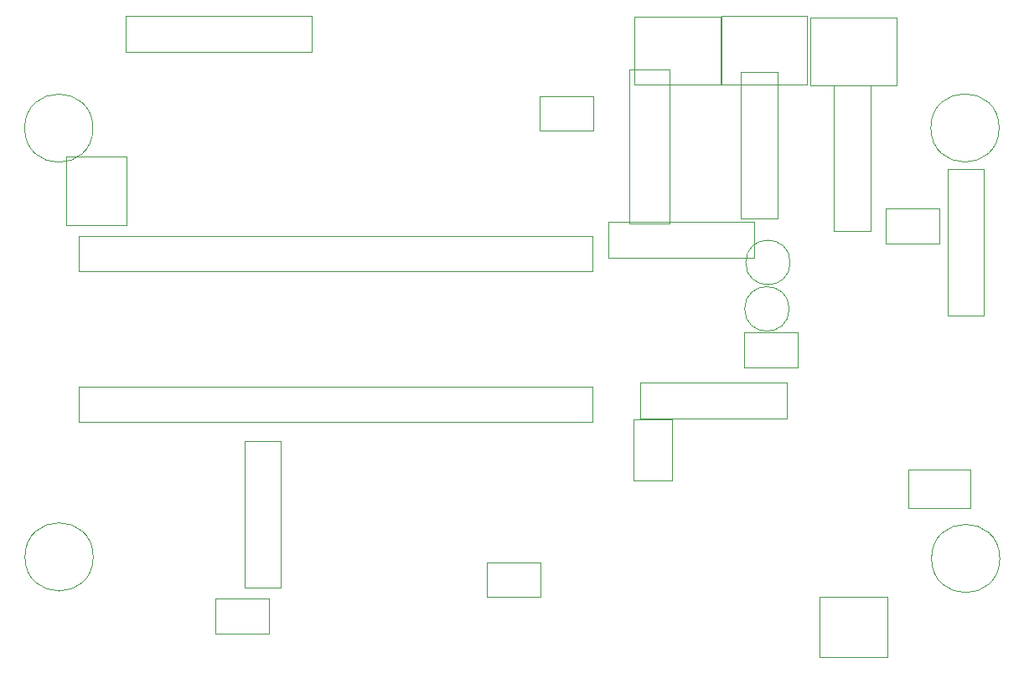
<source format=gbr>
G04 #@! TF.GenerationSoftware,KiCad,Pcbnew,(5.0.2)-1*
G04 #@! TF.CreationDate,2019-08-17T15:57:10+01:00*
G04 #@! TF.ProjectId,SoliCamb Rev 4 PCB,536f6c69-4361-46d6-9220-526576203420,rev?*
G04 #@! TF.SameCoordinates,Original*
G04 #@! TF.FileFunction,Other,User*
%FSLAX46Y46*%
G04 Gerber Fmt 4.6, Leading zero omitted, Abs format (unit mm)*
G04 Created by KiCad (PCBNEW (5.0.2)-1) date 8/17/2019 3:57:10 PM*
%MOMM*%
%LPD*%
G01*
G04 APERTURE LIST*
%ADD10C,0.050000*%
G04 APERTURE END LIST*
D10*
G04 #@! TO.C,F4*
X156820000Y-118850000D02*
X156820000Y-122750000D01*
X156820000Y-122750000D02*
X150580000Y-122750000D01*
X150580000Y-122750000D02*
X150580000Y-118850000D01*
X150580000Y-118850000D02*
X156820000Y-118850000D01*
G04 #@! TO.C,F5*
X126710000Y-113735000D02*
X126710000Y-119975000D01*
X122810000Y-113735000D02*
X126710000Y-113735000D01*
X122810000Y-119975000D02*
X122810000Y-113735000D01*
X126710000Y-119975000D02*
X122810000Y-119975000D01*
G04 #@! TO.C,Q1*
X108000000Y-128250000D02*
X113400000Y-128250000D01*
X113400000Y-128250000D02*
X113400000Y-131750000D01*
X113400000Y-131750000D02*
X108000000Y-131750000D01*
X108000000Y-131750000D02*
X108000000Y-128250000D01*
G04 #@! TO.C,Q2*
X80588000Y-131920000D02*
X85988000Y-131920000D01*
X85988000Y-131920000D02*
X85988000Y-135420000D01*
X85988000Y-135420000D02*
X80588000Y-135420000D01*
X80588000Y-135420000D02*
X80588000Y-131920000D01*
G04 #@! TO.C,Q3*
X148300000Y-95950000D02*
X148300000Y-92450000D01*
X153700000Y-95950000D02*
X148300000Y-95950000D01*
X153700000Y-92450000D02*
X153700000Y-95950000D01*
X148300000Y-92450000D02*
X153700000Y-92450000D01*
G04 #@! TO.C,J1*
X141595000Y-131680000D02*
X141595000Y-137780000D01*
X141595000Y-137780000D02*
X148495000Y-137780000D01*
X148495000Y-137780000D02*
X148495000Y-131680000D01*
X148495000Y-131680000D02*
X141595000Y-131680000D01*
G04 #@! TO.C,J2*
X65530000Y-87228000D02*
X65530000Y-94128000D01*
X71630000Y-87228000D02*
X65530000Y-87228000D01*
X71630000Y-94128000D02*
X71630000Y-87228000D01*
X65530000Y-94128000D02*
X71630000Y-94128000D01*
G04 #@! TO.C,Q4*
X118754000Y-81054000D02*
X118754000Y-84554000D01*
X113354000Y-81054000D02*
X118754000Y-81054000D01*
X113354000Y-84554000D02*
X113354000Y-81054000D01*
X118754000Y-84554000D02*
X113354000Y-84554000D01*
G04 #@! TO.C,Q5*
X134035555Y-104992969D02*
X139435555Y-104992969D01*
X139435555Y-104992969D02*
X139435555Y-108492969D01*
X139435555Y-108492969D02*
X134035555Y-108492969D01*
X134035555Y-108492969D02*
X134035555Y-104992969D01*
G04 #@! TO.C,U7*
X90319000Y-73003000D02*
X71469000Y-73003000D01*
X71469000Y-73003000D02*
X71469000Y-76603000D01*
X71469000Y-76603000D02*
X90319000Y-76603000D01*
X90319000Y-76603000D02*
X90319000Y-73003000D01*
G04 #@! TO.C,J9*
X149384000Y-73131000D02*
X140684000Y-73131000D01*
X140684000Y-73131000D02*
X140684000Y-80031000D01*
X140684000Y-80031000D02*
X149384000Y-80031000D01*
X149384000Y-80031000D02*
X149384000Y-73131000D01*
G04 #@! TO.C,J10*
X140367000Y-79904000D02*
X140367000Y-73004000D01*
X131667000Y-79904000D02*
X140367000Y-79904000D01*
X131667000Y-73004000D02*
X131667000Y-79904000D01*
X140367000Y-73004000D02*
X131667000Y-73004000D01*
G04 #@! TO.C,J11*
X131604000Y-73008000D02*
X122904000Y-73008000D01*
X122904000Y-73008000D02*
X122904000Y-79908000D01*
X122904000Y-79908000D02*
X131604000Y-79908000D01*
X131604000Y-79908000D02*
X131604000Y-73008000D01*
G04 #@! TO.C,U6*
X66780000Y-98828000D02*
X118630000Y-98828000D01*
X118630000Y-98828000D02*
X118630000Y-95228000D01*
X66780000Y-95228000D02*
X66780000Y-98828000D01*
X118630000Y-95228000D02*
X66780000Y-95228000D01*
X66780000Y-114068000D02*
X118630000Y-114068000D01*
X118630000Y-114068000D02*
X118630000Y-110468000D01*
X66780000Y-110468000D02*
X66780000Y-114068000D01*
X118630000Y-110468000D02*
X66780000Y-110468000D01*
G04 #@! TO.C,C1*
X138650000Y-97900000D02*
G75*
G03X138650000Y-97900000I-2250000J0D01*
G01*
G04 #@! TO.C,C2*
X138550000Y-102600000D02*
G75*
G03X138550000Y-102600000I-2250000J0D01*
G01*
G04 #@! TO.C,R1*
X146750000Y-79950000D02*
X143050000Y-79950000D01*
X143050000Y-79950000D02*
X143050000Y-94750000D01*
X143050000Y-94750000D02*
X146750000Y-94750000D01*
X146750000Y-94750000D02*
X146750000Y-79950000D01*
G04 #@! TO.C,R2*
X135050000Y-93750000D02*
X120250000Y-93750000D01*
X135050000Y-97450000D02*
X135050000Y-93750000D01*
X120250000Y-97450000D02*
X135050000Y-97450000D01*
X120250000Y-93750000D02*
X120250000Y-97450000D01*
G04 #@! TO.C,R3*
X137370000Y-78630000D02*
X133670000Y-78630000D01*
X133670000Y-78630000D02*
X133670000Y-93430000D01*
X133670000Y-93430000D02*
X137370000Y-93430000D01*
X137370000Y-93430000D02*
X137370000Y-78630000D01*
G04 #@! TO.C,R4*
X126460000Y-78400000D02*
X122360000Y-78400000D01*
X122360000Y-78400000D02*
X122360000Y-94000000D01*
X122360000Y-94000000D02*
X126460000Y-94000000D01*
X126460000Y-94000000D02*
X126460000Y-78400000D01*
G04 #@! TO.C,R5*
X83500000Y-130810000D02*
X87200000Y-130810000D01*
X87200000Y-130810000D02*
X87200000Y-116010000D01*
X87200000Y-116010000D02*
X83500000Y-116010000D01*
X83500000Y-116010000D02*
X83500000Y-130810000D01*
G04 #@! TO.C,R6*
X158230000Y-103260000D02*
X158230000Y-88460000D01*
X154530000Y-103260000D02*
X158230000Y-103260000D01*
X154530000Y-88460000D02*
X154530000Y-103260000D01*
X158230000Y-88460000D02*
X154530000Y-88460000D01*
G04 #@! TO.C,R7*
X123510000Y-113720000D02*
X138310000Y-113720000D01*
X123510000Y-110020000D02*
X123510000Y-113720000D01*
X138310000Y-110020000D02*
X123510000Y-110020000D01*
X138310000Y-113720000D02*
X138310000Y-110020000D01*
G04 #@! TO.C,REF\002A\002A*
X159760000Y-84290000D02*
G75*
G03X159760000Y-84290000I-3450000J0D01*
G01*
X159830000Y-127840000D02*
G75*
G03X159830000Y-127840000I-3450000J0D01*
G01*
X68230000Y-127680000D02*
G75*
G03X68230000Y-127680000I-3450000J0D01*
G01*
X68200000Y-84320000D02*
G75*
G03X68200000Y-84320000I-3450000J0D01*
G01*
G04 #@! TD*
M02*

</source>
